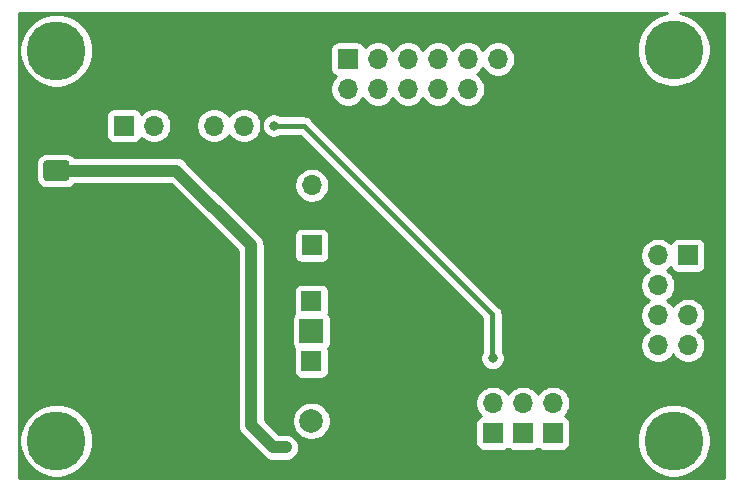
<source format=gbr>
G04 #@! TF.GenerationSoftware,KiCad,Pcbnew,5.1.6-c6e7f7d~86~ubuntu18.04.1*
G04 #@! TF.CreationDate,2020-06-27T17:17:55+01:00*
G04 #@! TF.ProjectId,Controller,436f6e74-726f-46c6-9c65-722e6b696361,rev?*
G04 #@! TF.SameCoordinates,Original*
G04 #@! TF.FileFunction,Copper,L2,Bot*
G04 #@! TF.FilePolarity,Positive*
%FSLAX46Y46*%
G04 Gerber Fmt 4.6, Leading zero omitted, Abs format (unit mm)*
G04 Created by KiCad (PCBNEW 5.1.6-c6e7f7d~86~ubuntu18.04.1) date 2020-06-27 17:17:55*
%MOMM*%
%LPD*%
G01*
G04 APERTURE LIST*
G04 #@! TA.AperFunction,ComponentPad*
%ADD10R,1.700000X1.700000*%
G04 #@! TD*
G04 #@! TA.AperFunction,ComponentPad*
%ADD11O,2.190000X1.740000*%
G04 #@! TD*
G04 #@! TA.AperFunction,ComponentPad*
%ADD12C,2.000000*%
G04 #@! TD*
G04 #@! TA.AperFunction,ComponentPad*
%ADD13R,2.000000X2.000000*%
G04 #@! TD*
G04 #@! TA.AperFunction,ComponentPad*
%ADD14O,1.700000X1.700000*%
G04 #@! TD*
G04 #@! TA.AperFunction,WasherPad*
%ADD15C,5.000000*%
G04 #@! TD*
G04 #@! TA.AperFunction,ViaPad*
%ADD16C,0.800000*%
G04 #@! TD*
G04 #@! TA.AperFunction,Conductor*
%ADD17C,0.450000*%
G04 #@! TD*
G04 #@! TA.AperFunction,Conductor*
%ADD18C,1.000000*%
G04 #@! TD*
G04 #@! TA.AperFunction,Conductor*
%ADD19C,0.254000*%
G04 #@! TD*
G04 APERTURE END LIST*
D10*
X127000000Y-113919000D03*
X127000000Y-118999000D03*
D11*
X105410000Y-105410000D03*
G04 #@! TA.AperFunction,ComponentPad*
G36*
G01*
X104564999Y-102000000D02*
X106255001Y-102000000D01*
G75*
G02*
X106505000Y-102249999I0J-249999D01*
G01*
X106505000Y-103490001D01*
G75*
G02*
X106255001Y-103740000I-249999J0D01*
G01*
X104564999Y-103740000D01*
G75*
G02*
X104315000Y-103490001I0J249999D01*
G01*
X104315000Y-102249999D01*
G75*
G02*
X104564999Y-102000000I249999J0D01*
G01*
G37*
G04 #@! TD.AperFunction*
D12*
X127000000Y-124059000D03*
D13*
X127000000Y-116459000D03*
D14*
X144907000Y-122555000D03*
D10*
X144907000Y-125095000D03*
D14*
X147447000Y-122555000D03*
D10*
X147447000Y-125095000D03*
D14*
X142367000Y-122555000D03*
D10*
X142367000Y-125095000D03*
D14*
X156337000Y-117665500D03*
X158877000Y-117665500D03*
X156337000Y-115125500D03*
X158877000Y-115125500D03*
X156337000Y-112585500D03*
X158877000Y-112585500D03*
X156337000Y-110045500D03*
D10*
X158877000Y-110045500D03*
D15*
X157670500Y-92646500D03*
X105410000Y-125730000D03*
X157683200Y-125730000D03*
X105410000Y-92710000D03*
D14*
X127025400Y-104114600D03*
X127025400Y-106654600D03*
D10*
X127025400Y-109194600D03*
D14*
X121285000Y-99060000D03*
X118745000Y-99060000D03*
X116205000Y-99060000D03*
X113665000Y-99060000D03*
D10*
X111125000Y-99060000D03*
D14*
X147866100Y-95961200D03*
X147866100Y-93421200D03*
X145326100Y-95961200D03*
X145326100Y-93421200D03*
X142786100Y-95961200D03*
X142786100Y-93421200D03*
X140246100Y-95961200D03*
X140246100Y-93421200D03*
X137706100Y-95961200D03*
X137706100Y-93421200D03*
X135166100Y-95961200D03*
X135166100Y-93421200D03*
X132626100Y-95961200D03*
X132626100Y-93421200D03*
X130086100Y-95961200D03*
D10*
X130086100Y-93421200D03*
D16*
X146910300Y-108486700D03*
X138557000Y-117094000D03*
X133905500Y-119618000D03*
X118110000Y-121412000D03*
X118110000Y-108367500D03*
X152363500Y-109691500D03*
X157353000Y-104775000D03*
X142335300Y-118738592D03*
X123825000Y-99060000D03*
X121905000Y-114158000D03*
X124841000Y-126301500D03*
D17*
X142335300Y-118738592D02*
X142328900Y-118732192D01*
X142328900Y-118732192D02*
X142328900Y-116928900D01*
X123825000Y-99060000D02*
X126365000Y-99060000D01*
X142328900Y-115023900D02*
X142328900Y-118732192D01*
X126365000Y-99060000D02*
X142328900Y-115023900D01*
D18*
X121905000Y-109205000D02*
X115570000Y-102870000D01*
X121905000Y-124445000D02*
X121905000Y-109205000D01*
X124841000Y-126301500D02*
X123761500Y-126301500D01*
X115570000Y-102870000D02*
X105410000Y-102870000D01*
X123761500Y-126301500D02*
X121905000Y-124445000D01*
D19*
G36*
X156756054Y-89631976D02*
G01*
X156185521Y-89868299D01*
X155672054Y-90211386D01*
X155235386Y-90648054D01*
X154892299Y-91161521D01*
X154655976Y-91732054D01*
X154535500Y-92337729D01*
X154535500Y-92955271D01*
X154655976Y-93560946D01*
X154892299Y-94131479D01*
X155235386Y-94644946D01*
X155672054Y-95081614D01*
X156185521Y-95424701D01*
X156756054Y-95661024D01*
X157361729Y-95781500D01*
X157979271Y-95781500D01*
X158584946Y-95661024D01*
X159155479Y-95424701D01*
X159668946Y-95081614D01*
X160105614Y-94644946D01*
X160448701Y-94131479D01*
X160685024Y-93560946D01*
X160805500Y-92955271D01*
X160805500Y-92337729D01*
X160685024Y-91732054D01*
X160448701Y-91161521D01*
X160105614Y-90648054D01*
X159668946Y-90211386D01*
X159155479Y-89868299D01*
X158584946Y-89631976D01*
X158223097Y-89560000D01*
X161900000Y-89560000D01*
X161900001Y-128880000D01*
X102260000Y-128880000D01*
X102260000Y-125421229D01*
X102275000Y-125421229D01*
X102275000Y-126038771D01*
X102395476Y-126644446D01*
X102631799Y-127214979D01*
X102974886Y-127728446D01*
X103411554Y-128165114D01*
X103925021Y-128508201D01*
X104495554Y-128744524D01*
X105101229Y-128865000D01*
X105718771Y-128865000D01*
X106324446Y-128744524D01*
X106894979Y-128508201D01*
X107408446Y-128165114D01*
X107845114Y-127728446D01*
X108188201Y-127214979D01*
X108424524Y-126644446D01*
X108545000Y-126038771D01*
X108545000Y-125421229D01*
X108424524Y-124815554D01*
X108188201Y-124245021D01*
X107845114Y-123731554D01*
X107408446Y-123294886D01*
X106894979Y-122951799D01*
X106324446Y-122715476D01*
X105718771Y-122595000D01*
X105101229Y-122595000D01*
X104495554Y-122715476D01*
X103925021Y-122951799D01*
X103411554Y-123294886D01*
X102974886Y-123731554D01*
X102631799Y-124245021D01*
X102395476Y-124815554D01*
X102275000Y-125421229D01*
X102260000Y-125421229D01*
X102260000Y-102249999D01*
X103676928Y-102249999D01*
X103676928Y-103490001D01*
X103693992Y-103663255D01*
X103744528Y-103829851D01*
X103826595Y-103983387D01*
X103937038Y-104117962D01*
X104071613Y-104228405D01*
X104225149Y-104310472D01*
X104391745Y-104361008D01*
X104564999Y-104378072D01*
X106255001Y-104378072D01*
X106428255Y-104361008D01*
X106594851Y-104310472D01*
X106748387Y-104228405D01*
X106882962Y-104117962D01*
X106975668Y-104005000D01*
X115099869Y-104005000D01*
X120770001Y-109675133D01*
X120770000Y-124389249D01*
X120764509Y-124445000D01*
X120770000Y-124500751D01*
X120786423Y-124667498D01*
X120851324Y-124881446D01*
X120956716Y-125078623D01*
X121098551Y-125251449D01*
X121141865Y-125286996D01*
X122919509Y-127064640D01*
X122955051Y-127107949D01*
X123127877Y-127249784D01*
X123325053Y-127355176D01*
X123539001Y-127420077D01*
X123705748Y-127436500D01*
X123705757Y-127436500D01*
X123761499Y-127441990D01*
X123817241Y-127436500D01*
X124896752Y-127436500D01*
X125063499Y-127420077D01*
X125277447Y-127355176D01*
X125474623Y-127249784D01*
X125647449Y-127107949D01*
X125789284Y-126935123D01*
X125894676Y-126737947D01*
X125959577Y-126523999D01*
X125981491Y-126301500D01*
X125959577Y-126079001D01*
X125894676Y-125865053D01*
X125789284Y-125667877D01*
X125647449Y-125495051D01*
X125474623Y-125353216D01*
X125277447Y-125247824D01*
X125063499Y-125182923D01*
X124896752Y-125166500D01*
X124231632Y-125166500D01*
X123040000Y-123974869D01*
X123040000Y-123897967D01*
X125365000Y-123897967D01*
X125365000Y-124220033D01*
X125427832Y-124535912D01*
X125551082Y-124833463D01*
X125730013Y-125101252D01*
X125957748Y-125328987D01*
X126225537Y-125507918D01*
X126523088Y-125631168D01*
X126838967Y-125694000D01*
X127161033Y-125694000D01*
X127476912Y-125631168D01*
X127774463Y-125507918D01*
X128042252Y-125328987D01*
X128269987Y-125101252D01*
X128448918Y-124833463D01*
X128572168Y-124535912D01*
X128630033Y-124245000D01*
X140878928Y-124245000D01*
X140878928Y-125945000D01*
X140891188Y-126069482D01*
X140927498Y-126189180D01*
X140986463Y-126299494D01*
X141065815Y-126396185D01*
X141162506Y-126475537D01*
X141272820Y-126534502D01*
X141392518Y-126570812D01*
X141517000Y-126583072D01*
X143217000Y-126583072D01*
X143341482Y-126570812D01*
X143461180Y-126534502D01*
X143571494Y-126475537D01*
X143637000Y-126421778D01*
X143702506Y-126475537D01*
X143812820Y-126534502D01*
X143932518Y-126570812D01*
X144057000Y-126583072D01*
X145757000Y-126583072D01*
X145881482Y-126570812D01*
X146001180Y-126534502D01*
X146111494Y-126475537D01*
X146177000Y-126421778D01*
X146242506Y-126475537D01*
X146352820Y-126534502D01*
X146472518Y-126570812D01*
X146597000Y-126583072D01*
X148297000Y-126583072D01*
X148421482Y-126570812D01*
X148541180Y-126534502D01*
X148651494Y-126475537D01*
X148748185Y-126396185D01*
X148827537Y-126299494D01*
X148886502Y-126189180D01*
X148922812Y-126069482D01*
X148935072Y-125945000D01*
X148935072Y-125421229D01*
X154548200Y-125421229D01*
X154548200Y-126038771D01*
X154668676Y-126644446D01*
X154904999Y-127214979D01*
X155248086Y-127728446D01*
X155684754Y-128165114D01*
X156198221Y-128508201D01*
X156768754Y-128744524D01*
X157374429Y-128865000D01*
X157991971Y-128865000D01*
X158597646Y-128744524D01*
X159168179Y-128508201D01*
X159681646Y-128165114D01*
X160118314Y-127728446D01*
X160461401Y-127214979D01*
X160697724Y-126644446D01*
X160818200Y-126038771D01*
X160818200Y-125421229D01*
X160697724Y-124815554D01*
X160461401Y-124245021D01*
X160118314Y-123731554D01*
X159681646Y-123294886D01*
X159168179Y-122951799D01*
X158597646Y-122715476D01*
X157991971Y-122595000D01*
X157374429Y-122595000D01*
X156768754Y-122715476D01*
X156198221Y-122951799D01*
X155684754Y-123294886D01*
X155248086Y-123731554D01*
X154904999Y-124245021D01*
X154668676Y-124815554D01*
X154548200Y-125421229D01*
X148935072Y-125421229D01*
X148935072Y-124245000D01*
X148922812Y-124120518D01*
X148886502Y-124000820D01*
X148827537Y-123890506D01*
X148748185Y-123793815D01*
X148651494Y-123714463D01*
X148541180Y-123655498D01*
X148468620Y-123633487D01*
X148600475Y-123501632D01*
X148762990Y-123258411D01*
X148874932Y-122988158D01*
X148932000Y-122701260D01*
X148932000Y-122408740D01*
X148874932Y-122121842D01*
X148762990Y-121851589D01*
X148600475Y-121608368D01*
X148393632Y-121401525D01*
X148150411Y-121239010D01*
X147880158Y-121127068D01*
X147593260Y-121070000D01*
X147300740Y-121070000D01*
X147013842Y-121127068D01*
X146743589Y-121239010D01*
X146500368Y-121401525D01*
X146293525Y-121608368D01*
X146177000Y-121782760D01*
X146060475Y-121608368D01*
X145853632Y-121401525D01*
X145610411Y-121239010D01*
X145340158Y-121127068D01*
X145053260Y-121070000D01*
X144760740Y-121070000D01*
X144473842Y-121127068D01*
X144203589Y-121239010D01*
X143960368Y-121401525D01*
X143753525Y-121608368D01*
X143637000Y-121782760D01*
X143520475Y-121608368D01*
X143313632Y-121401525D01*
X143070411Y-121239010D01*
X142800158Y-121127068D01*
X142513260Y-121070000D01*
X142220740Y-121070000D01*
X141933842Y-121127068D01*
X141663589Y-121239010D01*
X141420368Y-121401525D01*
X141213525Y-121608368D01*
X141051010Y-121851589D01*
X140939068Y-122121842D01*
X140882000Y-122408740D01*
X140882000Y-122701260D01*
X140939068Y-122988158D01*
X141051010Y-123258411D01*
X141213525Y-123501632D01*
X141345380Y-123633487D01*
X141272820Y-123655498D01*
X141162506Y-123714463D01*
X141065815Y-123793815D01*
X140986463Y-123890506D01*
X140927498Y-124000820D01*
X140891188Y-124120518D01*
X140878928Y-124245000D01*
X128630033Y-124245000D01*
X128635000Y-124220033D01*
X128635000Y-123897967D01*
X128572168Y-123582088D01*
X128448918Y-123284537D01*
X128269987Y-123016748D01*
X128042252Y-122789013D01*
X127774463Y-122610082D01*
X127476912Y-122486832D01*
X127161033Y-122424000D01*
X126838967Y-122424000D01*
X126523088Y-122486832D01*
X126225537Y-122610082D01*
X125957748Y-122789013D01*
X125730013Y-123016748D01*
X125551082Y-123284537D01*
X125427832Y-123582088D01*
X125365000Y-123897967D01*
X123040000Y-123897967D01*
X123040000Y-115459000D01*
X125361928Y-115459000D01*
X125361928Y-117459000D01*
X125374188Y-117583482D01*
X125410498Y-117703180D01*
X125469463Y-117813494D01*
X125548815Y-117910185D01*
X125556866Y-117916792D01*
X125524188Y-118024518D01*
X125511928Y-118149000D01*
X125511928Y-119849000D01*
X125524188Y-119973482D01*
X125560498Y-120093180D01*
X125619463Y-120203494D01*
X125698815Y-120300185D01*
X125795506Y-120379537D01*
X125905820Y-120438502D01*
X126025518Y-120474812D01*
X126150000Y-120487072D01*
X127850000Y-120487072D01*
X127974482Y-120474812D01*
X128094180Y-120438502D01*
X128204494Y-120379537D01*
X128301185Y-120300185D01*
X128380537Y-120203494D01*
X128439502Y-120093180D01*
X128475812Y-119973482D01*
X128488072Y-119849000D01*
X128488072Y-118149000D01*
X128475812Y-118024518D01*
X128443134Y-117916792D01*
X128451185Y-117910185D01*
X128530537Y-117813494D01*
X128589502Y-117703180D01*
X128625812Y-117583482D01*
X128638072Y-117459000D01*
X128638072Y-115459000D01*
X128625812Y-115334518D01*
X128589502Y-115214820D01*
X128530537Y-115104506D01*
X128451185Y-115007815D01*
X128443134Y-115001208D01*
X128475812Y-114893482D01*
X128488072Y-114769000D01*
X128488072Y-113069000D01*
X128475812Y-112944518D01*
X128439502Y-112824820D01*
X128380537Y-112714506D01*
X128301185Y-112617815D01*
X128204494Y-112538463D01*
X128094180Y-112479498D01*
X127974482Y-112443188D01*
X127850000Y-112430928D01*
X126150000Y-112430928D01*
X126025518Y-112443188D01*
X125905820Y-112479498D01*
X125795506Y-112538463D01*
X125698815Y-112617815D01*
X125619463Y-112714506D01*
X125560498Y-112824820D01*
X125524188Y-112944518D01*
X125511928Y-113069000D01*
X125511928Y-114769000D01*
X125524188Y-114893482D01*
X125556866Y-115001208D01*
X125548815Y-115007815D01*
X125469463Y-115104506D01*
X125410498Y-115214820D01*
X125374188Y-115334518D01*
X125361928Y-115459000D01*
X123040000Y-115459000D01*
X123040000Y-109260751D01*
X123045491Y-109205000D01*
X123023577Y-108982501D01*
X122958676Y-108768553D01*
X122853284Y-108571377D01*
X122711449Y-108398551D01*
X122668141Y-108363009D01*
X122649732Y-108344600D01*
X125537328Y-108344600D01*
X125537328Y-110044600D01*
X125549588Y-110169082D01*
X125585898Y-110288780D01*
X125644863Y-110399094D01*
X125724215Y-110495785D01*
X125820906Y-110575137D01*
X125931220Y-110634102D01*
X126050918Y-110670412D01*
X126175400Y-110682672D01*
X127875400Y-110682672D01*
X127999882Y-110670412D01*
X128119580Y-110634102D01*
X128229894Y-110575137D01*
X128326585Y-110495785D01*
X128405937Y-110399094D01*
X128464902Y-110288780D01*
X128501212Y-110169082D01*
X128513472Y-110044600D01*
X128513472Y-108344600D01*
X128501212Y-108220118D01*
X128464902Y-108100420D01*
X128405937Y-107990106D01*
X128326585Y-107893415D01*
X128229894Y-107814063D01*
X128119580Y-107755098D01*
X127999882Y-107718788D01*
X127875400Y-107706528D01*
X126175400Y-107706528D01*
X126050918Y-107718788D01*
X125931220Y-107755098D01*
X125820906Y-107814063D01*
X125724215Y-107893415D01*
X125644863Y-107990106D01*
X125585898Y-108100420D01*
X125549588Y-108220118D01*
X125537328Y-108344600D01*
X122649732Y-108344600D01*
X118273472Y-103968340D01*
X125540400Y-103968340D01*
X125540400Y-104260860D01*
X125597468Y-104547758D01*
X125709410Y-104818011D01*
X125871925Y-105061232D01*
X126078768Y-105268075D01*
X126321989Y-105430590D01*
X126592242Y-105542532D01*
X126879140Y-105599600D01*
X127171660Y-105599600D01*
X127458558Y-105542532D01*
X127728811Y-105430590D01*
X127972032Y-105268075D01*
X128178875Y-105061232D01*
X128341390Y-104818011D01*
X128453332Y-104547758D01*
X128510400Y-104260860D01*
X128510400Y-103968340D01*
X128453332Y-103681442D01*
X128341390Y-103411189D01*
X128178875Y-103167968D01*
X127972032Y-102961125D01*
X127728811Y-102798610D01*
X127458558Y-102686668D01*
X127171660Y-102629600D01*
X126879140Y-102629600D01*
X126592242Y-102686668D01*
X126321989Y-102798610D01*
X126078768Y-102961125D01*
X125871925Y-103167968D01*
X125709410Y-103411189D01*
X125597468Y-103681442D01*
X125540400Y-103968340D01*
X118273472Y-103968340D01*
X116411996Y-102106865D01*
X116376449Y-102063551D01*
X116203623Y-101921716D01*
X116006447Y-101816324D01*
X115792499Y-101751423D01*
X115625752Y-101735000D01*
X115625751Y-101735000D01*
X115570000Y-101729509D01*
X115514249Y-101735000D01*
X106975668Y-101735000D01*
X106882962Y-101622038D01*
X106748387Y-101511595D01*
X106594851Y-101429528D01*
X106428255Y-101378992D01*
X106255001Y-101361928D01*
X104564999Y-101361928D01*
X104391745Y-101378992D01*
X104225149Y-101429528D01*
X104071613Y-101511595D01*
X103937038Y-101622038D01*
X103826595Y-101756613D01*
X103744528Y-101910149D01*
X103693992Y-102076745D01*
X103676928Y-102249999D01*
X102260000Y-102249999D01*
X102260000Y-98210000D01*
X109636928Y-98210000D01*
X109636928Y-99910000D01*
X109649188Y-100034482D01*
X109685498Y-100154180D01*
X109744463Y-100264494D01*
X109823815Y-100361185D01*
X109920506Y-100440537D01*
X110030820Y-100499502D01*
X110150518Y-100535812D01*
X110275000Y-100548072D01*
X111975000Y-100548072D01*
X112099482Y-100535812D01*
X112219180Y-100499502D01*
X112329494Y-100440537D01*
X112426185Y-100361185D01*
X112505537Y-100264494D01*
X112564502Y-100154180D01*
X112586513Y-100081620D01*
X112718368Y-100213475D01*
X112961589Y-100375990D01*
X113231842Y-100487932D01*
X113518740Y-100545000D01*
X113811260Y-100545000D01*
X114098158Y-100487932D01*
X114368411Y-100375990D01*
X114611632Y-100213475D01*
X114818475Y-100006632D01*
X114980990Y-99763411D01*
X115092932Y-99493158D01*
X115150000Y-99206260D01*
X115150000Y-98913740D01*
X117260000Y-98913740D01*
X117260000Y-99206260D01*
X117317068Y-99493158D01*
X117429010Y-99763411D01*
X117591525Y-100006632D01*
X117798368Y-100213475D01*
X118041589Y-100375990D01*
X118311842Y-100487932D01*
X118598740Y-100545000D01*
X118891260Y-100545000D01*
X119178158Y-100487932D01*
X119448411Y-100375990D01*
X119691632Y-100213475D01*
X119898475Y-100006632D01*
X120015000Y-99832240D01*
X120131525Y-100006632D01*
X120338368Y-100213475D01*
X120581589Y-100375990D01*
X120851842Y-100487932D01*
X121138740Y-100545000D01*
X121431260Y-100545000D01*
X121718158Y-100487932D01*
X121988411Y-100375990D01*
X122231632Y-100213475D01*
X122438475Y-100006632D01*
X122600990Y-99763411D01*
X122712932Y-99493158D01*
X122770000Y-99206260D01*
X122770000Y-98958061D01*
X122790000Y-98958061D01*
X122790000Y-99161939D01*
X122829774Y-99361898D01*
X122907795Y-99550256D01*
X123021063Y-99719774D01*
X123165226Y-99863937D01*
X123334744Y-99977205D01*
X123523102Y-100055226D01*
X123723061Y-100095000D01*
X123926939Y-100095000D01*
X124126898Y-100055226D01*
X124315256Y-99977205D01*
X124400870Y-99920000D01*
X126008777Y-99920000D01*
X141468900Y-115380124D01*
X141468901Y-116886654D01*
X141468900Y-118172300D01*
X141418095Y-118248336D01*
X141340074Y-118436694D01*
X141300300Y-118636653D01*
X141300300Y-118840531D01*
X141340074Y-119040490D01*
X141418095Y-119228848D01*
X141531363Y-119398366D01*
X141675526Y-119542529D01*
X141845044Y-119655797D01*
X142033402Y-119733818D01*
X142233361Y-119773592D01*
X142437239Y-119773592D01*
X142637198Y-119733818D01*
X142825556Y-119655797D01*
X142995074Y-119542529D01*
X143139237Y-119398366D01*
X143252505Y-119228848D01*
X143330526Y-119040490D01*
X143370300Y-118840531D01*
X143370300Y-118636653D01*
X143330526Y-118436694D01*
X143252505Y-118248336D01*
X143188900Y-118153144D01*
X143188900Y-115066139D01*
X143193060Y-115023900D01*
X143188900Y-114981661D01*
X143188900Y-114981654D01*
X143176456Y-114855311D01*
X143165070Y-114817774D01*
X143127281Y-114693201D01*
X143127281Y-114693200D01*
X143047424Y-114543798D01*
X142939954Y-114412846D01*
X142907142Y-114385918D01*
X138420464Y-109899240D01*
X154852000Y-109899240D01*
X154852000Y-110191760D01*
X154909068Y-110478658D01*
X155021010Y-110748911D01*
X155183525Y-110992132D01*
X155390368Y-111198975D01*
X155564760Y-111315500D01*
X155390368Y-111432025D01*
X155183525Y-111638868D01*
X155021010Y-111882089D01*
X154909068Y-112152342D01*
X154852000Y-112439240D01*
X154852000Y-112731760D01*
X154909068Y-113018658D01*
X155021010Y-113288911D01*
X155183525Y-113532132D01*
X155390368Y-113738975D01*
X155564760Y-113855500D01*
X155390368Y-113972025D01*
X155183525Y-114178868D01*
X155021010Y-114422089D01*
X154909068Y-114692342D01*
X154852000Y-114979240D01*
X154852000Y-115271760D01*
X154909068Y-115558658D01*
X155021010Y-115828911D01*
X155183525Y-116072132D01*
X155390368Y-116278975D01*
X155564760Y-116395500D01*
X155390368Y-116512025D01*
X155183525Y-116718868D01*
X155021010Y-116962089D01*
X154909068Y-117232342D01*
X154852000Y-117519240D01*
X154852000Y-117811760D01*
X154909068Y-118098658D01*
X155021010Y-118368911D01*
X155183525Y-118612132D01*
X155390368Y-118818975D01*
X155633589Y-118981490D01*
X155903842Y-119093432D01*
X156190740Y-119150500D01*
X156483260Y-119150500D01*
X156770158Y-119093432D01*
X157040411Y-118981490D01*
X157283632Y-118818975D01*
X157490475Y-118612132D01*
X157607000Y-118437740D01*
X157723525Y-118612132D01*
X157930368Y-118818975D01*
X158173589Y-118981490D01*
X158443842Y-119093432D01*
X158730740Y-119150500D01*
X159023260Y-119150500D01*
X159310158Y-119093432D01*
X159580411Y-118981490D01*
X159823632Y-118818975D01*
X160030475Y-118612132D01*
X160192990Y-118368911D01*
X160304932Y-118098658D01*
X160362000Y-117811760D01*
X160362000Y-117519240D01*
X160304932Y-117232342D01*
X160192990Y-116962089D01*
X160030475Y-116718868D01*
X159823632Y-116512025D01*
X159649240Y-116395500D01*
X159823632Y-116278975D01*
X160030475Y-116072132D01*
X160192990Y-115828911D01*
X160304932Y-115558658D01*
X160362000Y-115271760D01*
X160362000Y-114979240D01*
X160304932Y-114692342D01*
X160192990Y-114422089D01*
X160030475Y-114178868D01*
X159823632Y-113972025D01*
X159580411Y-113809510D01*
X159310158Y-113697568D01*
X159023260Y-113640500D01*
X158730740Y-113640500D01*
X158443842Y-113697568D01*
X158173589Y-113809510D01*
X157930368Y-113972025D01*
X157723525Y-114178868D01*
X157607000Y-114353260D01*
X157490475Y-114178868D01*
X157283632Y-113972025D01*
X157109240Y-113855500D01*
X157283632Y-113738975D01*
X157490475Y-113532132D01*
X157652990Y-113288911D01*
X157764932Y-113018658D01*
X157822000Y-112731760D01*
X157822000Y-112439240D01*
X157764932Y-112152342D01*
X157652990Y-111882089D01*
X157490475Y-111638868D01*
X157283632Y-111432025D01*
X157109240Y-111315500D01*
X157283632Y-111198975D01*
X157415487Y-111067120D01*
X157437498Y-111139680D01*
X157496463Y-111249994D01*
X157575815Y-111346685D01*
X157672506Y-111426037D01*
X157782820Y-111485002D01*
X157902518Y-111521312D01*
X158027000Y-111533572D01*
X159727000Y-111533572D01*
X159851482Y-111521312D01*
X159971180Y-111485002D01*
X160081494Y-111426037D01*
X160178185Y-111346685D01*
X160257537Y-111249994D01*
X160316502Y-111139680D01*
X160352812Y-111019982D01*
X160365072Y-110895500D01*
X160365072Y-109195500D01*
X160352812Y-109071018D01*
X160316502Y-108951320D01*
X160257537Y-108841006D01*
X160178185Y-108744315D01*
X160081494Y-108664963D01*
X159971180Y-108605998D01*
X159851482Y-108569688D01*
X159727000Y-108557428D01*
X158027000Y-108557428D01*
X157902518Y-108569688D01*
X157782820Y-108605998D01*
X157672506Y-108664963D01*
X157575815Y-108744315D01*
X157496463Y-108841006D01*
X157437498Y-108951320D01*
X157415487Y-109023880D01*
X157283632Y-108892025D01*
X157040411Y-108729510D01*
X156770158Y-108617568D01*
X156483260Y-108560500D01*
X156190740Y-108560500D01*
X155903842Y-108617568D01*
X155633589Y-108729510D01*
X155390368Y-108892025D01*
X155183525Y-109098868D01*
X155021010Y-109342089D01*
X154909068Y-109612342D01*
X154852000Y-109899240D01*
X138420464Y-109899240D01*
X127002988Y-98481765D01*
X126976054Y-98448946D01*
X126845102Y-98341476D01*
X126695700Y-98261619D01*
X126533589Y-98212444D01*
X126407246Y-98200000D01*
X126407239Y-98200000D01*
X126365000Y-98195840D01*
X126322761Y-98200000D01*
X124400870Y-98200000D01*
X124315256Y-98142795D01*
X124126898Y-98064774D01*
X123926939Y-98025000D01*
X123723061Y-98025000D01*
X123523102Y-98064774D01*
X123334744Y-98142795D01*
X123165226Y-98256063D01*
X123021063Y-98400226D01*
X122907795Y-98569744D01*
X122829774Y-98758102D01*
X122790000Y-98958061D01*
X122770000Y-98958061D01*
X122770000Y-98913740D01*
X122712932Y-98626842D01*
X122600990Y-98356589D01*
X122438475Y-98113368D01*
X122231632Y-97906525D01*
X121988411Y-97744010D01*
X121718158Y-97632068D01*
X121431260Y-97575000D01*
X121138740Y-97575000D01*
X120851842Y-97632068D01*
X120581589Y-97744010D01*
X120338368Y-97906525D01*
X120131525Y-98113368D01*
X120015000Y-98287760D01*
X119898475Y-98113368D01*
X119691632Y-97906525D01*
X119448411Y-97744010D01*
X119178158Y-97632068D01*
X118891260Y-97575000D01*
X118598740Y-97575000D01*
X118311842Y-97632068D01*
X118041589Y-97744010D01*
X117798368Y-97906525D01*
X117591525Y-98113368D01*
X117429010Y-98356589D01*
X117317068Y-98626842D01*
X117260000Y-98913740D01*
X115150000Y-98913740D01*
X115092932Y-98626842D01*
X114980990Y-98356589D01*
X114818475Y-98113368D01*
X114611632Y-97906525D01*
X114368411Y-97744010D01*
X114098158Y-97632068D01*
X113811260Y-97575000D01*
X113518740Y-97575000D01*
X113231842Y-97632068D01*
X112961589Y-97744010D01*
X112718368Y-97906525D01*
X112586513Y-98038380D01*
X112564502Y-97965820D01*
X112505537Y-97855506D01*
X112426185Y-97758815D01*
X112329494Y-97679463D01*
X112219180Y-97620498D01*
X112099482Y-97584188D01*
X111975000Y-97571928D01*
X110275000Y-97571928D01*
X110150518Y-97584188D01*
X110030820Y-97620498D01*
X109920506Y-97679463D01*
X109823815Y-97758815D01*
X109744463Y-97855506D01*
X109685498Y-97965820D01*
X109649188Y-98085518D01*
X109636928Y-98210000D01*
X102260000Y-98210000D01*
X102260000Y-92401229D01*
X102275000Y-92401229D01*
X102275000Y-93018771D01*
X102395476Y-93624446D01*
X102631799Y-94194979D01*
X102974886Y-94708446D01*
X103411554Y-95145114D01*
X103925021Y-95488201D01*
X104495554Y-95724524D01*
X105101229Y-95845000D01*
X105718771Y-95845000D01*
X106324446Y-95724524D01*
X106894979Y-95488201D01*
X107408446Y-95145114D01*
X107845114Y-94708446D01*
X108188201Y-94194979D01*
X108424524Y-93624446D01*
X108545000Y-93018771D01*
X108545000Y-92571200D01*
X128598028Y-92571200D01*
X128598028Y-94271200D01*
X128610288Y-94395682D01*
X128646598Y-94515380D01*
X128705563Y-94625694D01*
X128784915Y-94722385D01*
X128881606Y-94801737D01*
X128991920Y-94860702D01*
X129064480Y-94882713D01*
X128932625Y-95014568D01*
X128770110Y-95257789D01*
X128658168Y-95528042D01*
X128601100Y-95814940D01*
X128601100Y-96107460D01*
X128658168Y-96394358D01*
X128770110Y-96664611D01*
X128932625Y-96907832D01*
X129139468Y-97114675D01*
X129382689Y-97277190D01*
X129652942Y-97389132D01*
X129939840Y-97446200D01*
X130232360Y-97446200D01*
X130519258Y-97389132D01*
X130789511Y-97277190D01*
X131032732Y-97114675D01*
X131239575Y-96907832D01*
X131356100Y-96733440D01*
X131472625Y-96907832D01*
X131679468Y-97114675D01*
X131922689Y-97277190D01*
X132192942Y-97389132D01*
X132479840Y-97446200D01*
X132772360Y-97446200D01*
X133059258Y-97389132D01*
X133329511Y-97277190D01*
X133572732Y-97114675D01*
X133779575Y-96907832D01*
X133896100Y-96733440D01*
X134012625Y-96907832D01*
X134219468Y-97114675D01*
X134462689Y-97277190D01*
X134732942Y-97389132D01*
X135019840Y-97446200D01*
X135312360Y-97446200D01*
X135599258Y-97389132D01*
X135869511Y-97277190D01*
X136112732Y-97114675D01*
X136319575Y-96907832D01*
X136436100Y-96733440D01*
X136552625Y-96907832D01*
X136759468Y-97114675D01*
X137002689Y-97277190D01*
X137272942Y-97389132D01*
X137559840Y-97446200D01*
X137852360Y-97446200D01*
X138139258Y-97389132D01*
X138409511Y-97277190D01*
X138652732Y-97114675D01*
X138859575Y-96907832D01*
X138976100Y-96733440D01*
X139092625Y-96907832D01*
X139299468Y-97114675D01*
X139542689Y-97277190D01*
X139812942Y-97389132D01*
X140099840Y-97446200D01*
X140392360Y-97446200D01*
X140679258Y-97389132D01*
X140949511Y-97277190D01*
X141192732Y-97114675D01*
X141399575Y-96907832D01*
X141562090Y-96664611D01*
X141674032Y-96394358D01*
X141731100Y-96107460D01*
X141731100Y-95814940D01*
X141674032Y-95528042D01*
X141562090Y-95257789D01*
X141399575Y-95014568D01*
X141192732Y-94807725D01*
X141018340Y-94691200D01*
X141192732Y-94574675D01*
X141399575Y-94367832D01*
X141516100Y-94193440D01*
X141632625Y-94367832D01*
X141839468Y-94574675D01*
X142082689Y-94737190D01*
X142352942Y-94849132D01*
X142639840Y-94906200D01*
X142932360Y-94906200D01*
X143219258Y-94849132D01*
X143489511Y-94737190D01*
X143732732Y-94574675D01*
X143939575Y-94367832D01*
X144102090Y-94124611D01*
X144214032Y-93854358D01*
X144271100Y-93567460D01*
X144271100Y-93274940D01*
X144214032Y-92988042D01*
X144102090Y-92717789D01*
X143939575Y-92474568D01*
X143732732Y-92267725D01*
X143489511Y-92105210D01*
X143219258Y-91993268D01*
X142932360Y-91936200D01*
X142639840Y-91936200D01*
X142352942Y-91993268D01*
X142082689Y-92105210D01*
X141839468Y-92267725D01*
X141632625Y-92474568D01*
X141516100Y-92648960D01*
X141399575Y-92474568D01*
X141192732Y-92267725D01*
X140949511Y-92105210D01*
X140679258Y-91993268D01*
X140392360Y-91936200D01*
X140099840Y-91936200D01*
X139812942Y-91993268D01*
X139542689Y-92105210D01*
X139299468Y-92267725D01*
X139092625Y-92474568D01*
X138976100Y-92648960D01*
X138859575Y-92474568D01*
X138652732Y-92267725D01*
X138409511Y-92105210D01*
X138139258Y-91993268D01*
X137852360Y-91936200D01*
X137559840Y-91936200D01*
X137272942Y-91993268D01*
X137002689Y-92105210D01*
X136759468Y-92267725D01*
X136552625Y-92474568D01*
X136436100Y-92648960D01*
X136319575Y-92474568D01*
X136112732Y-92267725D01*
X135869511Y-92105210D01*
X135599258Y-91993268D01*
X135312360Y-91936200D01*
X135019840Y-91936200D01*
X134732942Y-91993268D01*
X134462689Y-92105210D01*
X134219468Y-92267725D01*
X134012625Y-92474568D01*
X133896100Y-92648960D01*
X133779575Y-92474568D01*
X133572732Y-92267725D01*
X133329511Y-92105210D01*
X133059258Y-91993268D01*
X132772360Y-91936200D01*
X132479840Y-91936200D01*
X132192942Y-91993268D01*
X131922689Y-92105210D01*
X131679468Y-92267725D01*
X131547613Y-92399580D01*
X131525602Y-92327020D01*
X131466637Y-92216706D01*
X131387285Y-92120015D01*
X131290594Y-92040663D01*
X131180280Y-91981698D01*
X131060582Y-91945388D01*
X130936100Y-91933128D01*
X129236100Y-91933128D01*
X129111618Y-91945388D01*
X128991920Y-91981698D01*
X128881606Y-92040663D01*
X128784915Y-92120015D01*
X128705563Y-92216706D01*
X128646598Y-92327020D01*
X128610288Y-92446718D01*
X128598028Y-92571200D01*
X108545000Y-92571200D01*
X108545000Y-92401229D01*
X108424524Y-91795554D01*
X108188201Y-91225021D01*
X107845114Y-90711554D01*
X107408446Y-90274886D01*
X106894979Y-89931799D01*
X106324446Y-89695476D01*
X105718771Y-89575000D01*
X105101229Y-89575000D01*
X104495554Y-89695476D01*
X103925021Y-89931799D01*
X103411554Y-90274886D01*
X102974886Y-90711554D01*
X102631799Y-91225021D01*
X102395476Y-91795554D01*
X102275000Y-92401229D01*
X102260000Y-92401229D01*
X102260000Y-89560000D01*
X157117903Y-89560000D01*
X156756054Y-89631976D01*
G37*
X156756054Y-89631976D02*
X156185521Y-89868299D01*
X155672054Y-90211386D01*
X155235386Y-90648054D01*
X154892299Y-91161521D01*
X154655976Y-91732054D01*
X154535500Y-92337729D01*
X154535500Y-92955271D01*
X154655976Y-93560946D01*
X154892299Y-94131479D01*
X155235386Y-94644946D01*
X155672054Y-95081614D01*
X156185521Y-95424701D01*
X156756054Y-95661024D01*
X157361729Y-95781500D01*
X157979271Y-95781500D01*
X158584946Y-95661024D01*
X159155479Y-95424701D01*
X159668946Y-95081614D01*
X160105614Y-94644946D01*
X160448701Y-94131479D01*
X160685024Y-93560946D01*
X160805500Y-92955271D01*
X160805500Y-92337729D01*
X160685024Y-91732054D01*
X160448701Y-91161521D01*
X160105614Y-90648054D01*
X159668946Y-90211386D01*
X159155479Y-89868299D01*
X158584946Y-89631976D01*
X158223097Y-89560000D01*
X161900000Y-89560000D01*
X161900001Y-128880000D01*
X102260000Y-128880000D01*
X102260000Y-125421229D01*
X102275000Y-125421229D01*
X102275000Y-126038771D01*
X102395476Y-126644446D01*
X102631799Y-127214979D01*
X102974886Y-127728446D01*
X103411554Y-128165114D01*
X103925021Y-128508201D01*
X104495554Y-128744524D01*
X105101229Y-128865000D01*
X105718771Y-128865000D01*
X106324446Y-128744524D01*
X106894979Y-128508201D01*
X107408446Y-128165114D01*
X107845114Y-127728446D01*
X108188201Y-127214979D01*
X108424524Y-126644446D01*
X108545000Y-126038771D01*
X108545000Y-125421229D01*
X108424524Y-124815554D01*
X108188201Y-124245021D01*
X107845114Y-123731554D01*
X107408446Y-123294886D01*
X106894979Y-122951799D01*
X106324446Y-122715476D01*
X105718771Y-122595000D01*
X105101229Y-122595000D01*
X104495554Y-122715476D01*
X103925021Y-122951799D01*
X103411554Y-123294886D01*
X102974886Y-123731554D01*
X102631799Y-124245021D01*
X102395476Y-124815554D01*
X102275000Y-125421229D01*
X102260000Y-125421229D01*
X102260000Y-102249999D01*
X103676928Y-102249999D01*
X103676928Y-103490001D01*
X103693992Y-103663255D01*
X103744528Y-103829851D01*
X103826595Y-103983387D01*
X103937038Y-104117962D01*
X104071613Y-104228405D01*
X104225149Y-104310472D01*
X104391745Y-104361008D01*
X104564999Y-104378072D01*
X106255001Y-104378072D01*
X106428255Y-104361008D01*
X106594851Y-104310472D01*
X106748387Y-104228405D01*
X106882962Y-104117962D01*
X106975668Y-104005000D01*
X115099869Y-104005000D01*
X120770001Y-109675133D01*
X120770000Y-124389249D01*
X120764509Y-124445000D01*
X120770000Y-124500751D01*
X120786423Y-124667498D01*
X120851324Y-124881446D01*
X120956716Y-125078623D01*
X121098551Y-125251449D01*
X121141865Y-125286996D01*
X122919509Y-127064640D01*
X122955051Y-127107949D01*
X123127877Y-127249784D01*
X123325053Y-127355176D01*
X123539001Y-127420077D01*
X123705748Y-127436500D01*
X123705757Y-127436500D01*
X123761499Y-127441990D01*
X123817241Y-127436500D01*
X124896752Y-127436500D01*
X125063499Y-127420077D01*
X125277447Y-127355176D01*
X125474623Y-127249784D01*
X125647449Y-127107949D01*
X125789284Y-126935123D01*
X125894676Y-126737947D01*
X125959577Y-126523999D01*
X125981491Y-126301500D01*
X125959577Y-126079001D01*
X125894676Y-125865053D01*
X125789284Y-125667877D01*
X125647449Y-125495051D01*
X125474623Y-125353216D01*
X125277447Y-125247824D01*
X125063499Y-125182923D01*
X124896752Y-125166500D01*
X124231632Y-125166500D01*
X123040000Y-123974869D01*
X123040000Y-123897967D01*
X125365000Y-123897967D01*
X125365000Y-124220033D01*
X125427832Y-124535912D01*
X125551082Y-124833463D01*
X125730013Y-125101252D01*
X125957748Y-125328987D01*
X126225537Y-125507918D01*
X126523088Y-125631168D01*
X126838967Y-125694000D01*
X127161033Y-125694000D01*
X127476912Y-125631168D01*
X127774463Y-125507918D01*
X128042252Y-125328987D01*
X128269987Y-125101252D01*
X128448918Y-124833463D01*
X128572168Y-124535912D01*
X128630033Y-124245000D01*
X140878928Y-124245000D01*
X140878928Y-125945000D01*
X140891188Y-126069482D01*
X140927498Y-126189180D01*
X140986463Y-126299494D01*
X141065815Y-126396185D01*
X141162506Y-126475537D01*
X141272820Y-126534502D01*
X141392518Y-126570812D01*
X141517000Y-126583072D01*
X143217000Y-126583072D01*
X143341482Y-126570812D01*
X143461180Y-126534502D01*
X143571494Y-126475537D01*
X143637000Y-126421778D01*
X143702506Y-126475537D01*
X143812820Y-126534502D01*
X143932518Y-126570812D01*
X144057000Y-126583072D01*
X145757000Y-126583072D01*
X145881482Y-126570812D01*
X146001180Y-126534502D01*
X146111494Y-126475537D01*
X146177000Y-126421778D01*
X146242506Y-126475537D01*
X146352820Y-126534502D01*
X146472518Y-126570812D01*
X146597000Y-126583072D01*
X148297000Y-126583072D01*
X148421482Y-126570812D01*
X148541180Y-126534502D01*
X148651494Y-126475537D01*
X148748185Y-126396185D01*
X148827537Y-126299494D01*
X148886502Y-126189180D01*
X148922812Y-126069482D01*
X148935072Y-125945000D01*
X148935072Y-125421229D01*
X154548200Y-125421229D01*
X154548200Y-126038771D01*
X154668676Y-126644446D01*
X154904999Y-127214979D01*
X155248086Y-127728446D01*
X155684754Y-128165114D01*
X156198221Y-128508201D01*
X156768754Y-128744524D01*
X157374429Y-128865000D01*
X157991971Y-128865000D01*
X158597646Y-128744524D01*
X159168179Y-128508201D01*
X159681646Y-128165114D01*
X160118314Y-127728446D01*
X160461401Y-127214979D01*
X160697724Y-126644446D01*
X160818200Y-126038771D01*
X160818200Y-125421229D01*
X160697724Y-124815554D01*
X160461401Y-124245021D01*
X160118314Y-123731554D01*
X159681646Y-123294886D01*
X159168179Y-122951799D01*
X158597646Y-122715476D01*
X157991971Y-122595000D01*
X157374429Y-122595000D01*
X156768754Y-122715476D01*
X156198221Y-122951799D01*
X155684754Y-123294886D01*
X155248086Y-123731554D01*
X154904999Y-124245021D01*
X154668676Y-124815554D01*
X154548200Y-125421229D01*
X148935072Y-125421229D01*
X148935072Y-124245000D01*
X148922812Y-124120518D01*
X148886502Y-124000820D01*
X148827537Y-123890506D01*
X148748185Y-123793815D01*
X148651494Y-123714463D01*
X148541180Y-123655498D01*
X148468620Y-123633487D01*
X148600475Y-123501632D01*
X148762990Y-123258411D01*
X148874932Y-122988158D01*
X148932000Y-122701260D01*
X148932000Y-122408740D01*
X148874932Y-122121842D01*
X148762990Y-121851589D01*
X148600475Y-121608368D01*
X148393632Y-121401525D01*
X148150411Y-121239010D01*
X147880158Y-121127068D01*
X147593260Y-121070000D01*
X147300740Y-121070000D01*
X147013842Y-121127068D01*
X146743589Y-121239010D01*
X146500368Y-121401525D01*
X146293525Y-121608368D01*
X146177000Y-121782760D01*
X146060475Y-121608368D01*
X145853632Y-121401525D01*
X145610411Y-121239010D01*
X145340158Y-121127068D01*
X145053260Y-121070000D01*
X144760740Y-121070000D01*
X144473842Y-121127068D01*
X144203589Y-121239010D01*
X143960368Y-121401525D01*
X143753525Y-121608368D01*
X143637000Y-121782760D01*
X143520475Y-121608368D01*
X143313632Y-121401525D01*
X143070411Y-121239010D01*
X142800158Y-121127068D01*
X142513260Y-121070000D01*
X142220740Y-121070000D01*
X141933842Y-121127068D01*
X141663589Y-121239010D01*
X141420368Y-121401525D01*
X141213525Y-121608368D01*
X141051010Y-121851589D01*
X140939068Y-122121842D01*
X140882000Y-122408740D01*
X140882000Y-122701260D01*
X140939068Y-122988158D01*
X141051010Y-123258411D01*
X141213525Y-123501632D01*
X141345380Y-123633487D01*
X141272820Y-123655498D01*
X141162506Y-123714463D01*
X141065815Y-123793815D01*
X140986463Y-123890506D01*
X140927498Y-124000820D01*
X140891188Y-124120518D01*
X140878928Y-124245000D01*
X128630033Y-124245000D01*
X128635000Y-124220033D01*
X128635000Y-123897967D01*
X128572168Y-123582088D01*
X128448918Y-123284537D01*
X128269987Y-123016748D01*
X128042252Y-122789013D01*
X127774463Y-122610082D01*
X127476912Y-122486832D01*
X127161033Y-122424000D01*
X126838967Y-122424000D01*
X126523088Y-122486832D01*
X126225537Y-122610082D01*
X125957748Y-122789013D01*
X125730013Y-123016748D01*
X125551082Y-123284537D01*
X125427832Y-123582088D01*
X125365000Y-123897967D01*
X123040000Y-123897967D01*
X123040000Y-115459000D01*
X125361928Y-115459000D01*
X125361928Y-117459000D01*
X125374188Y-117583482D01*
X125410498Y-117703180D01*
X125469463Y-117813494D01*
X125548815Y-117910185D01*
X125556866Y-117916792D01*
X125524188Y-118024518D01*
X125511928Y-118149000D01*
X125511928Y-119849000D01*
X125524188Y-119973482D01*
X125560498Y-120093180D01*
X125619463Y-120203494D01*
X125698815Y-120300185D01*
X125795506Y-120379537D01*
X125905820Y-120438502D01*
X126025518Y-120474812D01*
X126150000Y-120487072D01*
X127850000Y-120487072D01*
X127974482Y-120474812D01*
X128094180Y-120438502D01*
X128204494Y-120379537D01*
X128301185Y-120300185D01*
X128380537Y-120203494D01*
X128439502Y-120093180D01*
X128475812Y-119973482D01*
X128488072Y-119849000D01*
X128488072Y-118149000D01*
X128475812Y-118024518D01*
X128443134Y-117916792D01*
X128451185Y-117910185D01*
X128530537Y-117813494D01*
X128589502Y-117703180D01*
X128625812Y-117583482D01*
X128638072Y-117459000D01*
X128638072Y-115459000D01*
X128625812Y-115334518D01*
X128589502Y-115214820D01*
X128530537Y-115104506D01*
X128451185Y-115007815D01*
X128443134Y-115001208D01*
X128475812Y-114893482D01*
X128488072Y-114769000D01*
X128488072Y-113069000D01*
X128475812Y-112944518D01*
X128439502Y-112824820D01*
X128380537Y-112714506D01*
X128301185Y-112617815D01*
X128204494Y-112538463D01*
X128094180Y-112479498D01*
X127974482Y-112443188D01*
X127850000Y-112430928D01*
X126150000Y-112430928D01*
X126025518Y-112443188D01*
X125905820Y-112479498D01*
X125795506Y-112538463D01*
X125698815Y-112617815D01*
X125619463Y-112714506D01*
X125560498Y-112824820D01*
X125524188Y-112944518D01*
X125511928Y-113069000D01*
X125511928Y-114769000D01*
X125524188Y-114893482D01*
X125556866Y-115001208D01*
X125548815Y-115007815D01*
X125469463Y-115104506D01*
X125410498Y-115214820D01*
X125374188Y-115334518D01*
X125361928Y-115459000D01*
X123040000Y-115459000D01*
X123040000Y-109260751D01*
X123045491Y-109205000D01*
X123023577Y-108982501D01*
X122958676Y-108768553D01*
X122853284Y-108571377D01*
X122711449Y-108398551D01*
X122668141Y-108363009D01*
X122649732Y-108344600D01*
X125537328Y-108344600D01*
X125537328Y-110044600D01*
X125549588Y-110169082D01*
X125585898Y-110288780D01*
X125644863Y-110399094D01*
X125724215Y-110495785D01*
X125820906Y-110575137D01*
X125931220Y-110634102D01*
X126050918Y-110670412D01*
X126175400Y-110682672D01*
X127875400Y-110682672D01*
X127999882Y-110670412D01*
X128119580Y-110634102D01*
X128229894Y-110575137D01*
X128326585Y-110495785D01*
X128405937Y-110399094D01*
X128464902Y-110288780D01*
X128501212Y-110169082D01*
X128513472Y-110044600D01*
X128513472Y-108344600D01*
X128501212Y-108220118D01*
X128464902Y-108100420D01*
X128405937Y-107990106D01*
X128326585Y-107893415D01*
X128229894Y-107814063D01*
X128119580Y-107755098D01*
X127999882Y-107718788D01*
X127875400Y-107706528D01*
X126175400Y-107706528D01*
X126050918Y-107718788D01*
X125931220Y-107755098D01*
X125820906Y-107814063D01*
X125724215Y-107893415D01*
X125644863Y-107990106D01*
X125585898Y-108100420D01*
X125549588Y-108220118D01*
X125537328Y-108344600D01*
X122649732Y-108344600D01*
X118273472Y-103968340D01*
X125540400Y-103968340D01*
X125540400Y-104260860D01*
X125597468Y-104547758D01*
X125709410Y-104818011D01*
X125871925Y-105061232D01*
X126078768Y-105268075D01*
X126321989Y-105430590D01*
X126592242Y-105542532D01*
X126879140Y-105599600D01*
X127171660Y-105599600D01*
X127458558Y-105542532D01*
X127728811Y-105430590D01*
X127972032Y-105268075D01*
X128178875Y-105061232D01*
X128341390Y-104818011D01*
X128453332Y-104547758D01*
X128510400Y-104260860D01*
X128510400Y-103968340D01*
X128453332Y-103681442D01*
X128341390Y-103411189D01*
X128178875Y-103167968D01*
X127972032Y-102961125D01*
X127728811Y-102798610D01*
X127458558Y-102686668D01*
X127171660Y-102629600D01*
X126879140Y-102629600D01*
X126592242Y-102686668D01*
X126321989Y-102798610D01*
X126078768Y-102961125D01*
X125871925Y-103167968D01*
X125709410Y-103411189D01*
X125597468Y-103681442D01*
X125540400Y-103968340D01*
X118273472Y-103968340D01*
X116411996Y-102106865D01*
X116376449Y-102063551D01*
X116203623Y-101921716D01*
X116006447Y-101816324D01*
X115792499Y-101751423D01*
X115625752Y-101735000D01*
X115625751Y-101735000D01*
X115570000Y-101729509D01*
X115514249Y-101735000D01*
X106975668Y-101735000D01*
X106882962Y-101622038D01*
X106748387Y-101511595D01*
X106594851Y-101429528D01*
X106428255Y-101378992D01*
X106255001Y-101361928D01*
X104564999Y-101361928D01*
X104391745Y-101378992D01*
X104225149Y-101429528D01*
X104071613Y-101511595D01*
X103937038Y-101622038D01*
X103826595Y-101756613D01*
X103744528Y-101910149D01*
X103693992Y-102076745D01*
X103676928Y-102249999D01*
X102260000Y-102249999D01*
X102260000Y-98210000D01*
X109636928Y-98210000D01*
X109636928Y-99910000D01*
X109649188Y-100034482D01*
X109685498Y-100154180D01*
X109744463Y-100264494D01*
X109823815Y-100361185D01*
X109920506Y-100440537D01*
X110030820Y-100499502D01*
X110150518Y-100535812D01*
X110275000Y-100548072D01*
X111975000Y-100548072D01*
X112099482Y-100535812D01*
X112219180Y-100499502D01*
X112329494Y-100440537D01*
X112426185Y-100361185D01*
X112505537Y-100264494D01*
X112564502Y-100154180D01*
X112586513Y-100081620D01*
X112718368Y-100213475D01*
X112961589Y-100375990D01*
X113231842Y-100487932D01*
X113518740Y-100545000D01*
X113811260Y-100545000D01*
X114098158Y-100487932D01*
X114368411Y-100375990D01*
X114611632Y-100213475D01*
X114818475Y-100006632D01*
X114980990Y-99763411D01*
X115092932Y-99493158D01*
X115150000Y-99206260D01*
X115150000Y-98913740D01*
X117260000Y-98913740D01*
X117260000Y-99206260D01*
X117317068Y-99493158D01*
X117429010Y-99763411D01*
X117591525Y-100006632D01*
X117798368Y-100213475D01*
X118041589Y-100375990D01*
X118311842Y-100487932D01*
X118598740Y-100545000D01*
X118891260Y-100545000D01*
X119178158Y-100487932D01*
X119448411Y-100375990D01*
X119691632Y-100213475D01*
X119898475Y-100006632D01*
X120015000Y-99832240D01*
X120131525Y-100006632D01*
X120338368Y-100213475D01*
X120581589Y-100375990D01*
X120851842Y-100487932D01*
X121138740Y-100545000D01*
X121431260Y-100545000D01*
X121718158Y-100487932D01*
X121988411Y-100375990D01*
X122231632Y-100213475D01*
X122438475Y-100006632D01*
X122600990Y-99763411D01*
X122712932Y-99493158D01*
X122770000Y-99206260D01*
X122770000Y-98958061D01*
X122790000Y-98958061D01*
X122790000Y-99161939D01*
X122829774Y-99361898D01*
X122907795Y-99550256D01*
X123021063Y-99719774D01*
X123165226Y-99863937D01*
X123334744Y-99977205D01*
X123523102Y-100055226D01*
X123723061Y-100095000D01*
X123926939Y-100095000D01*
X124126898Y-100055226D01*
X124315256Y-99977205D01*
X124400870Y-99920000D01*
X126008777Y-99920000D01*
X141468900Y-115380124D01*
X141468901Y-116886654D01*
X141468900Y-118172300D01*
X141418095Y-118248336D01*
X141340074Y-118436694D01*
X141300300Y-118636653D01*
X141300300Y-118840531D01*
X141340074Y-119040490D01*
X141418095Y-119228848D01*
X141531363Y-119398366D01*
X141675526Y-119542529D01*
X141845044Y-119655797D01*
X142033402Y-119733818D01*
X142233361Y-119773592D01*
X142437239Y-119773592D01*
X142637198Y-119733818D01*
X142825556Y-119655797D01*
X142995074Y-119542529D01*
X143139237Y-119398366D01*
X143252505Y-119228848D01*
X143330526Y-119040490D01*
X143370300Y-118840531D01*
X143370300Y-118636653D01*
X143330526Y-118436694D01*
X143252505Y-118248336D01*
X143188900Y-118153144D01*
X143188900Y-115066139D01*
X143193060Y-115023900D01*
X143188900Y-114981661D01*
X143188900Y-114981654D01*
X143176456Y-114855311D01*
X143165070Y-114817774D01*
X143127281Y-114693201D01*
X143127281Y-114693200D01*
X143047424Y-114543798D01*
X142939954Y-114412846D01*
X142907142Y-114385918D01*
X138420464Y-109899240D01*
X154852000Y-109899240D01*
X154852000Y-110191760D01*
X154909068Y-110478658D01*
X155021010Y-110748911D01*
X155183525Y-110992132D01*
X155390368Y-111198975D01*
X155564760Y-111315500D01*
X155390368Y-111432025D01*
X155183525Y-111638868D01*
X155021010Y-111882089D01*
X154909068Y-112152342D01*
X154852000Y-112439240D01*
X154852000Y-112731760D01*
X154909068Y-113018658D01*
X155021010Y-113288911D01*
X155183525Y-113532132D01*
X155390368Y-113738975D01*
X155564760Y-113855500D01*
X155390368Y-113972025D01*
X155183525Y-114178868D01*
X155021010Y-114422089D01*
X154909068Y-114692342D01*
X154852000Y-114979240D01*
X154852000Y-115271760D01*
X154909068Y-115558658D01*
X155021010Y-115828911D01*
X155183525Y-116072132D01*
X155390368Y-116278975D01*
X155564760Y-116395500D01*
X155390368Y-116512025D01*
X155183525Y-116718868D01*
X155021010Y-116962089D01*
X154909068Y-117232342D01*
X154852000Y-117519240D01*
X154852000Y-117811760D01*
X154909068Y-118098658D01*
X155021010Y-118368911D01*
X155183525Y-118612132D01*
X155390368Y-118818975D01*
X155633589Y-118981490D01*
X155903842Y-119093432D01*
X156190740Y-119150500D01*
X156483260Y-119150500D01*
X156770158Y-119093432D01*
X157040411Y-118981490D01*
X157283632Y-118818975D01*
X157490475Y-118612132D01*
X157607000Y-118437740D01*
X157723525Y-118612132D01*
X157930368Y-118818975D01*
X158173589Y-118981490D01*
X158443842Y-119093432D01*
X158730740Y-119150500D01*
X159023260Y-119150500D01*
X159310158Y-119093432D01*
X159580411Y-118981490D01*
X159823632Y-118818975D01*
X160030475Y-118612132D01*
X160192990Y-118368911D01*
X160304932Y-118098658D01*
X160362000Y-117811760D01*
X160362000Y-117519240D01*
X160304932Y-117232342D01*
X160192990Y-116962089D01*
X160030475Y-116718868D01*
X159823632Y-116512025D01*
X159649240Y-116395500D01*
X159823632Y-116278975D01*
X160030475Y-116072132D01*
X160192990Y-115828911D01*
X160304932Y-115558658D01*
X160362000Y-115271760D01*
X160362000Y-114979240D01*
X160304932Y-114692342D01*
X160192990Y-114422089D01*
X160030475Y-114178868D01*
X159823632Y-113972025D01*
X159580411Y-113809510D01*
X159310158Y-113697568D01*
X159023260Y-113640500D01*
X158730740Y-113640500D01*
X158443842Y-113697568D01*
X158173589Y-113809510D01*
X157930368Y-113972025D01*
X157723525Y-114178868D01*
X157607000Y-114353260D01*
X157490475Y-114178868D01*
X157283632Y-113972025D01*
X157109240Y-113855500D01*
X157283632Y-113738975D01*
X157490475Y-113532132D01*
X157652990Y-113288911D01*
X157764932Y-113018658D01*
X157822000Y-112731760D01*
X157822000Y-112439240D01*
X157764932Y-112152342D01*
X157652990Y-111882089D01*
X157490475Y-111638868D01*
X157283632Y-111432025D01*
X157109240Y-111315500D01*
X157283632Y-111198975D01*
X157415487Y-111067120D01*
X157437498Y-111139680D01*
X157496463Y-111249994D01*
X157575815Y-111346685D01*
X157672506Y-111426037D01*
X157782820Y-111485002D01*
X157902518Y-111521312D01*
X158027000Y-111533572D01*
X159727000Y-111533572D01*
X159851482Y-111521312D01*
X159971180Y-111485002D01*
X160081494Y-111426037D01*
X160178185Y-111346685D01*
X160257537Y-111249994D01*
X160316502Y-111139680D01*
X160352812Y-111019982D01*
X160365072Y-110895500D01*
X160365072Y-109195500D01*
X160352812Y-109071018D01*
X160316502Y-108951320D01*
X160257537Y-108841006D01*
X160178185Y-108744315D01*
X160081494Y-108664963D01*
X159971180Y-108605998D01*
X159851482Y-108569688D01*
X159727000Y-108557428D01*
X158027000Y-108557428D01*
X157902518Y-108569688D01*
X157782820Y-108605998D01*
X157672506Y-108664963D01*
X157575815Y-108744315D01*
X157496463Y-108841006D01*
X157437498Y-108951320D01*
X157415487Y-109023880D01*
X157283632Y-108892025D01*
X157040411Y-108729510D01*
X156770158Y-108617568D01*
X156483260Y-108560500D01*
X156190740Y-108560500D01*
X155903842Y-108617568D01*
X155633589Y-108729510D01*
X155390368Y-108892025D01*
X155183525Y-109098868D01*
X155021010Y-109342089D01*
X154909068Y-109612342D01*
X154852000Y-109899240D01*
X138420464Y-109899240D01*
X127002988Y-98481765D01*
X126976054Y-98448946D01*
X126845102Y-98341476D01*
X126695700Y-98261619D01*
X126533589Y-98212444D01*
X126407246Y-98200000D01*
X126407239Y-98200000D01*
X126365000Y-98195840D01*
X126322761Y-98200000D01*
X124400870Y-98200000D01*
X124315256Y-98142795D01*
X124126898Y-98064774D01*
X123926939Y-98025000D01*
X123723061Y-98025000D01*
X123523102Y-98064774D01*
X123334744Y-98142795D01*
X123165226Y-98256063D01*
X123021063Y-98400226D01*
X122907795Y-98569744D01*
X122829774Y-98758102D01*
X122790000Y-98958061D01*
X122770000Y-98958061D01*
X122770000Y-98913740D01*
X122712932Y-98626842D01*
X122600990Y-98356589D01*
X122438475Y-98113368D01*
X122231632Y-97906525D01*
X121988411Y-97744010D01*
X121718158Y-97632068D01*
X121431260Y-97575000D01*
X121138740Y-97575000D01*
X120851842Y-97632068D01*
X120581589Y-97744010D01*
X120338368Y-97906525D01*
X120131525Y-98113368D01*
X120015000Y-98287760D01*
X119898475Y-98113368D01*
X119691632Y-97906525D01*
X119448411Y-97744010D01*
X119178158Y-97632068D01*
X118891260Y-97575000D01*
X118598740Y-97575000D01*
X118311842Y-97632068D01*
X118041589Y-97744010D01*
X117798368Y-97906525D01*
X117591525Y-98113368D01*
X117429010Y-98356589D01*
X117317068Y-98626842D01*
X117260000Y-98913740D01*
X115150000Y-98913740D01*
X115092932Y-98626842D01*
X114980990Y-98356589D01*
X114818475Y-98113368D01*
X114611632Y-97906525D01*
X114368411Y-97744010D01*
X114098158Y-97632068D01*
X113811260Y-97575000D01*
X113518740Y-97575000D01*
X113231842Y-97632068D01*
X112961589Y-97744010D01*
X112718368Y-97906525D01*
X112586513Y-98038380D01*
X112564502Y-97965820D01*
X112505537Y-97855506D01*
X112426185Y-97758815D01*
X112329494Y-97679463D01*
X112219180Y-97620498D01*
X112099482Y-97584188D01*
X111975000Y-97571928D01*
X110275000Y-97571928D01*
X110150518Y-97584188D01*
X110030820Y-97620498D01*
X109920506Y-97679463D01*
X109823815Y-97758815D01*
X109744463Y-97855506D01*
X109685498Y-97965820D01*
X109649188Y-98085518D01*
X109636928Y-98210000D01*
X102260000Y-98210000D01*
X102260000Y-92401229D01*
X102275000Y-92401229D01*
X102275000Y-93018771D01*
X102395476Y-93624446D01*
X102631799Y-94194979D01*
X102974886Y-94708446D01*
X103411554Y-95145114D01*
X103925021Y-95488201D01*
X104495554Y-95724524D01*
X105101229Y-95845000D01*
X105718771Y-95845000D01*
X106324446Y-95724524D01*
X106894979Y-95488201D01*
X107408446Y-95145114D01*
X107845114Y-94708446D01*
X108188201Y-94194979D01*
X108424524Y-93624446D01*
X108545000Y-93018771D01*
X108545000Y-92571200D01*
X128598028Y-92571200D01*
X128598028Y-94271200D01*
X128610288Y-94395682D01*
X128646598Y-94515380D01*
X128705563Y-94625694D01*
X128784915Y-94722385D01*
X128881606Y-94801737D01*
X128991920Y-94860702D01*
X129064480Y-94882713D01*
X128932625Y-95014568D01*
X128770110Y-95257789D01*
X128658168Y-95528042D01*
X128601100Y-95814940D01*
X128601100Y-96107460D01*
X128658168Y-96394358D01*
X128770110Y-96664611D01*
X128932625Y-96907832D01*
X129139468Y-97114675D01*
X129382689Y-97277190D01*
X129652942Y-97389132D01*
X129939840Y-97446200D01*
X130232360Y-97446200D01*
X130519258Y-97389132D01*
X130789511Y-97277190D01*
X131032732Y-97114675D01*
X131239575Y-96907832D01*
X131356100Y-96733440D01*
X131472625Y-96907832D01*
X131679468Y-97114675D01*
X131922689Y-97277190D01*
X132192942Y-97389132D01*
X132479840Y-97446200D01*
X132772360Y-97446200D01*
X133059258Y-97389132D01*
X133329511Y-97277190D01*
X133572732Y-97114675D01*
X133779575Y-96907832D01*
X133896100Y-96733440D01*
X134012625Y-96907832D01*
X134219468Y-97114675D01*
X134462689Y-97277190D01*
X134732942Y-97389132D01*
X135019840Y-97446200D01*
X135312360Y-97446200D01*
X135599258Y-97389132D01*
X135869511Y-97277190D01*
X136112732Y-97114675D01*
X136319575Y-96907832D01*
X136436100Y-96733440D01*
X136552625Y-96907832D01*
X136759468Y-97114675D01*
X137002689Y-97277190D01*
X137272942Y-97389132D01*
X137559840Y-97446200D01*
X137852360Y-97446200D01*
X138139258Y-97389132D01*
X138409511Y-97277190D01*
X138652732Y-97114675D01*
X138859575Y-96907832D01*
X138976100Y-96733440D01*
X139092625Y-96907832D01*
X139299468Y-97114675D01*
X139542689Y-97277190D01*
X139812942Y-97389132D01*
X140099840Y-97446200D01*
X140392360Y-97446200D01*
X140679258Y-97389132D01*
X140949511Y-97277190D01*
X141192732Y-97114675D01*
X141399575Y-96907832D01*
X141562090Y-96664611D01*
X141674032Y-96394358D01*
X141731100Y-96107460D01*
X141731100Y-95814940D01*
X141674032Y-95528042D01*
X141562090Y-95257789D01*
X141399575Y-95014568D01*
X141192732Y-94807725D01*
X141018340Y-94691200D01*
X141192732Y-94574675D01*
X141399575Y-94367832D01*
X141516100Y-94193440D01*
X141632625Y-94367832D01*
X141839468Y-94574675D01*
X142082689Y-94737190D01*
X142352942Y-94849132D01*
X142639840Y-94906200D01*
X142932360Y-94906200D01*
X143219258Y-94849132D01*
X143489511Y-94737190D01*
X143732732Y-94574675D01*
X143939575Y-94367832D01*
X144102090Y-94124611D01*
X144214032Y-93854358D01*
X144271100Y-93567460D01*
X144271100Y-93274940D01*
X144214032Y-92988042D01*
X144102090Y-92717789D01*
X143939575Y-92474568D01*
X143732732Y-92267725D01*
X143489511Y-92105210D01*
X143219258Y-91993268D01*
X142932360Y-91936200D01*
X142639840Y-91936200D01*
X142352942Y-91993268D01*
X142082689Y-92105210D01*
X141839468Y-92267725D01*
X141632625Y-92474568D01*
X141516100Y-92648960D01*
X141399575Y-92474568D01*
X141192732Y-92267725D01*
X140949511Y-92105210D01*
X140679258Y-91993268D01*
X140392360Y-91936200D01*
X140099840Y-91936200D01*
X139812942Y-91993268D01*
X139542689Y-92105210D01*
X139299468Y-92267725D01*
X139092625Y-92474568D01*
X138976100Y-92648960D01*
X138859575Y-92474568D01*
X138652732Y-92267725D01*
X138409511Y-92105210D01*
X138139258Y-91993268D01*
X137852360Y-91936200D01*
X137559840Y-91936200D01*
X137272942Y-91993268D01*
X137002689Y-92105210D01*
X136759468Y-92267725D01*
X136552625Y-92474568D01*
X136436100Y-92648960D01*
X136319575Y-92474568D01*
X136112732Y-92267725D01*
X135869511Y-92105210D01*
X135599258Y-91993268D01*
X135312360Y-91936200D01*
X135019840Y-91936200D01*
X134732942Y-91993268D01*
X134462689Y-92105210D01*
X134219468Y-92267725D01*
X134012625Y-92474568D01*
X133896100Y-92648960D01*
X133779575Y-92474568D01*
X133572732Y-92267725D01*
X133329511Y-92105210D01*
X133059258Y-91993268D01*
X132772360Y-91936200D01*
X132479840Y-91936200D01*
X132192942Y-91993268D01*
X131922689Y-92105210D01*
X131679468Y-92267725D01*
X131547613Y-92399580D01*
X131525602Y-92327020D01*
X131466637Y-92216706D01*
X131387285Y-92120015D01*
X131290594Y-92040663D01*
X131180280Y-91981698D01*
X131060582Y-91945388D01*
X130936100Y-91933128D01*
X129236100Y-91933128D01*
X129111618Y-91945388D01*
X128991920Y-91981698D01*
X128881606Y-92040663D01*
X128784915Y-92120015D01*
X128705563Y-92216706D01*
X128646598Y-92327020D01*
X128610288Y-92446718D01*
X128598028Y-92571200D01*
X108545000Y-92571200D01*
X108545000Y-92401229D01*
X108424524Y-91795554D01*
X108188201Y-91225021D01*
X107845114Y-90711554D01*
X107408446Y-90274886D01*
X106894979Y-89931799D01*
X106324446Y-89695476D01*
X105718771Y-89575000D01*
X105101229Y-89575000D01*
X104495554Y-89695476D01*
X103925021Y-89931799D01*
X103411554Y-90274886D01*
X102974886Y-90711554D01*
X102631799Y-91225021D01*
X102395476Y-91795554D01*
X102275000Y-92401229D01*
X102260000Y-92401229D01*
X102260000Y-89560000D01*
X157117903Y-89560000D01*
X156756054Y-89631976D01*
M02*

</source>
